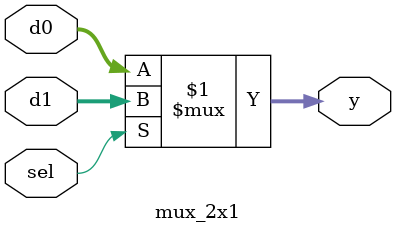
<source format=sv>
module mux_2x1 #(parameter N = 4)(
    input  logic [N-1:0] d0, d1,
    input  logic sel,
    output logic [N-1:0] y
    );
    assign y = sel ? d1 : d0;
endmodule
</source>
